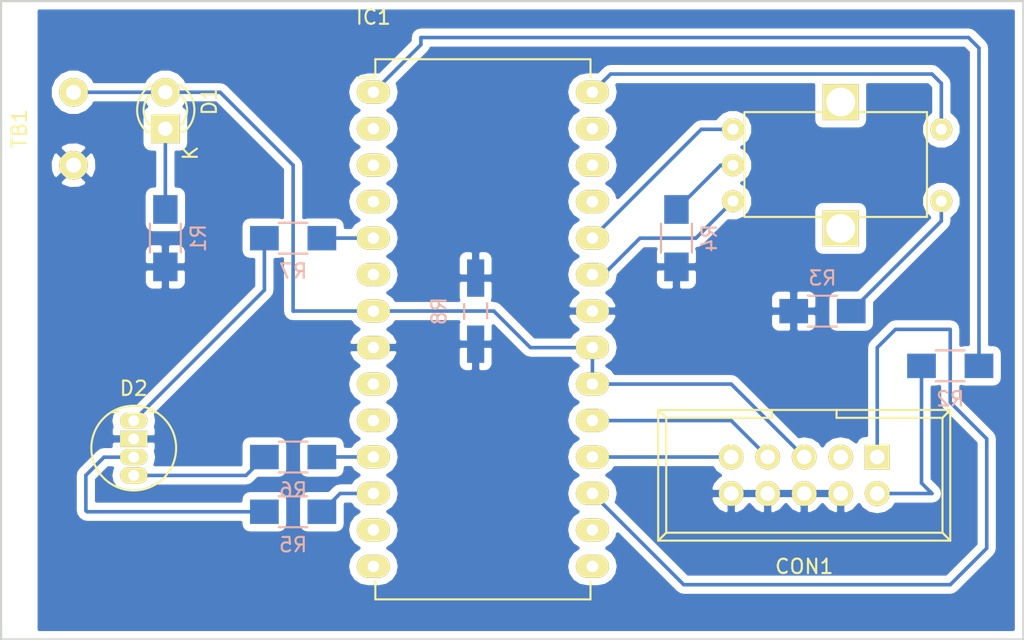
<source format=kicad_pcb>
(kicad_pcb (version 4) (host pcbnew 4.0.0-rc1-stable)

  (general
    (links 35)
    (no_connects 3)
    (area 130.734999 104.064999 202.005001 148.665001)
    (thickness 1.6)
    (drawings 4)
    (tracks 66)
    (zones 0)
    (modules 14)
    (nets 33)
  )

  (page A4)
  (layers
    (0 F.Cu signal)
    (31 B.Cu signal)
    (32 B.Adhes user)
    (33 F.Adhes user)
    (34 B.Paste user)
    (35 F.Paste user)
    (36 B.SilkS user)
    (37 F.SilkS user)
    (38 B.Mask user)
    (39 F.Mask user)
    (40 Dwgs.User user)
    (41 Cmts.User user)
    (42 Eco1.User user)
    (43 Eco2.User user)
    (44 Edge.Cuts user)
    (45 Margin user)
    (46 B.CrtYd user)
    (47 F.CrtYd user)
    (48 B.Fab user)
    (49 F.Fab user)
  )

  (setup
    (last_trace_width 0.25)
    (trace_clearance 0.2)
    (zone_clearance 0.508)
    (zone_45_only no)
    (trace_min 0.2)
    (segment_width 0.2)
    (edge_width 0.15)
    (via_size 0.6)
    (via_drill 0.4)
    (via_min_size 0.4)
    (via_min_drill 0.3)
    (uvia_size 0.3)
    (uvia_drill 0.1)
    (uvias_allowed no)
    (uvia_min_size 0.2)
    (uvia_min_drill 0.1)
    (pcb_text_width 0.3)
    (pcb_text_size 1.5 1.5)
    (mod_edge_width 0.15)
    (mod_text_size 1 1)
    (mod_text_width 0.15)
    (pad_size 1.524 1.524)
    (pad_drill 0.762)
    (pad_to_mask_clearance 0.2)
    (aux_axis_origin 0 0)
    (grid_origin 153.67 132.08)
    (visible_elements 7FFFFFFF)
    (pcbplotparams
      (layerselection 0x01000_80000000)
      (usegerberextensions false)
      (excludeedgelayer true)
      (linewidth 0.100000)
      (plotframeref false)
      (viasonmask false)
      (mode 1)
      (useauxorigin false)
      (hpglpennumber 1)
      (hpglpenspeed 20)
      (hpglpendiameter 15)
      (hpglpenoverlay 2)
      (psnegative false)
      (psa4output false)
      (plotreference false)
      (plotvalue false)
      (plotinvisibletext false)
      (padsonsilk false)
      (subtractmaskfromsilk false)
      (outputformat 1)
      (mirror false)
      (drillshape 0)
      (scaleselection 1)
      (outputdirectory Output/))
  )

  (net 0 "")
  (net 1 /MOSI)
  (net 2 +5V)
  (net 3 "Net-(CON1-Pad3)")
  (net 4 /SCK)
  (net 5 GND)
  (net 6 "Net-(D1-Pad1)")
  (net 7 "Net-(D2-Pad1)")
  (net 8 "Net-(D2-Pad3)")
  (net 9 "Net-(D2-Pad4)")
  (net 10 "Net-(ENC1-Pad1)")
  (net 11 /But1)
  (net 12 "Net-(ENC1-Pad3)")
  (net 13 /Rot1_A)
  (net 14 /Rot1_B)
  (net 15 "Net-(IC1-Pad1)")
  (net 16 "Net-(IC1-Pad2)")
  (net 17 "Net-(IC1-Pad3)")
  (net 18 "Net-(IC1-Pad4)")
  (net 19 /Red)
  (net 20 "Net-(IC1-Pad6)")
  (net 21 "Net-(IC1-Pad9)")
  (net 22 "Net-(IC1-Pad10)")
  (net 23 /Green)
  (net 24 /Blue)
  (net 25 "Net-(IC1-Pad13)")
  (net 26 "Net-(IC1-Pad14)")
  (net 27 "Net-(IC1-Pad15)")
  (net 28 "Net-(IC1-Pad16)")
  (net 29 /MISO)
  (net 30 "Net-(IC1-Pad25)")
  (net 31 "Net-(IC1-Pad26)")
  (net 32 "Net-(IC1-Pad27)")

  (net_class Default "This is the default net class."
    (clearance 0.2)
    (trace_width 0.25)
    (via_dia 0.6)
    (via_drill 0.4)
    (uvia_dia 0.3)
    (uvia_drill 0.1)
    (add_net +5V)
    (add_net /Blue)
    (add_net /But1)
    (add_net /Green)
    (add_net /MISO)
    (add_net /MOSI)
    (add_net /Red)
    (add_net /Rot1_A)
    (add_net /Rot1_B)
    (add_net /SCK)
    (add_net GND)
    (add_net "Net-(CON1-Pad3)")
    (add_net "Net-(D1-Pad1)")
    (add_net "Net-(D2-Pad1)")
    (add_net "Net-(D2-Pad3)")
    (add_net "Net-(D2-Pad4)")
    (add_net "Net-(ENC1-Pad1)")
    (add_net "Net-(ENC1-Pad3)")
    (add_net "Net-(IC1-Pad1)")
    (add_net "Net-(IC1-Pad10)")
    (add_net "Net-(IC1-Pad13)")
    (add_net "Net-(IC1-Pad14)")
    (add_net "Net-(IC1-Pad15)")
    (add_net "Net-(IC1-Pad16)")
    (add_net "Net-(IC1-Pad2)")
    (add_net "Net-(IC1-Pad25)")
    (add_net "Net-(IC1-Pad26)")
    (add_net "Net-(IC1-Pad27)")
    (add_net "Net-(IC1-Pad3)")
    (add_net "Net-(IC1-Pad4)")
    (add_net "Net-(IC1-Pad6)")
    (add_net "Net-(IC1-Pad9)")
  )

  (module Connect:IDC_Header_Straight_10pins (layer F.Cu) (tedit 0) (tstamp 56C51B00)
    (at 191.77 135.89 180)
    (descr "10 pins through hole IDC header")
    (tags "IDC header socket VASCH")
    (path /56C14547)
    (fp_text reference CON1 (at 5.08 -7.62 180) (layer F.SilkS)
      (effects (font (size 1 1) (thickness 0.15)))
    )
    (fp_text value AVR-ISP-10 (at 5.08 5.223 180) (layer F.Fab)
      (effects (font (size 1 1) (thickness 0.15)))
    )
    (fp_line (start -5.08 -5.82) (end 15.24 -5.82) (layer F.SilkS) (width 0.15))
    (fp_line (start -4.54 -5.27) (end 14.68 -5.27) (layer F.SilkS) (width 0.15))
    (fp_line (start -5.08 3.28) (end 15.24 3.28) (layer F.SilkS) (width 0.15))
    (fp_line (start -4.54 2.73) (end 2.83 2.73) (layer F.SilkS) (width 0.15))
    (fp_line (start 7.33 2.73) (end 14.68 2.73) (layer F.SilkS) (width 0.15))
    (fp_line (start 2.83 2.73) (end 2.83 3.28) (layer F.SilkS) (width 0.15))
    (fp_line (start 7.33 2.73) (end 7.33 3.28) (layer F.SilkS) (width 0.15))
    (fp_line (start -5.08 -5.82) (end -5.08 3.28) (layer F.SilkS) (width 0.15))
    (fp_line (start -4.54 -5.27) (end -4.54 2.73) (layer F.SilkS) (width 0.15))
    (fp_line (start 15.24 -5.82) (end 15.24 3.28) (layer F.SilkS) (width 0.15))
    (fp_line (start 14.68 -5.27) (end 14.68 2.73) (layer F.SilkS) (width 0.15))
    (fp_line (start -5.08 -5.82) (end -4.54 -5.27) (layer F.SilkS) (width 0.15))
    (fp_line (start 15.24 -5.82) (end 14.68 -5.27) (layer F.SilkS) (width 0.15))
    (fp_line (start -5.08 3.28) (end -4.54 2.73) (layer F.SilkS) (width 0.15))
    (fp_line (start 15.24 3.28) (end 14.68 2.73) (layer F.SilkS) (width 0.15))
    (fp_line (start -5.35 -6.05) (end 15.5 -6.05) (layer F.CrtYd) (width 0.05))
    (fp_line (start 15.5 -6.05) (end 15.5 3.55) (layer F.CrtYd) (width 0.05))
    (fp_line (start 15.5 3.55) (end -5.35 3.55) (layer F.CrtYd) (width 0.05))
    (fp_line (start -5.35 3.55) (end -5.35 -6.05) (layer F.CrtYd) (width 0.05))
    (pad 1 thru_hole rect (at 0 0 180) (size 1.7272 1.7272) (drill 1.016) (layers *.Cu *.Mask F.SilkS)
      (net 1 /MOSI))
    (pad 2 thru_hole oval (at 0 -2.54 180) (size 1.7272 1.7272) (drill 1.016) (layers *.Cu *.Mask F.SilkS)
      (net 2 +5V))
    (pad 3 thru_hole oval (at 2.54 0 180) (size 1.7272 1.7272) (drill 1.016) (layers *.Cu *.Mask F.SilkS)
      (net 3 "Net-(CON1-Pad3)"))
    (pad 4 thru_hole oval (at 2.54 -2.54 180) (size 1.7272 1.7272) (drill 1.016) (layers *.Cu *.Mask F.SilkS)
      (net 5 GND))
    (pad 5 thru_hole oval (at 5.08 0 180) (size 1.7272 1.7272) (drill 1.016) (layers *.Cu *.Mask F.SilkS)
      (net 2 +5V))
    (pad 6 thru_hole oval (at 5.08 -2.54 180) (size 1.7272 1.7272) (drill 1.016) (layers *.Cu *.Mask F.SilkS)
      (net 5 GND))
    (pad 7 thru_hole oval (at 7.62 0 180) (size 1.7272 1.7272) (drill 1.016) (layers *.Cu *.Mask F.SilkS)
      (net 4 /SCK))
    (pad 8 thru_hole oval (at 7.62 -2.54 180) (size 1.7272 1.7272) (drill 1.016) (layers *.Cu *.Mask F.SilkS)
      (net 5 GND))
    (pad 9 thru_hole oval (at 10.16 0 180) (size 1.7272 1.7272) (drill 1.016) (layers *.Cu *.Mask F.SilkS)
      (net 29 /MISO))
    (pad 10 thru_hole oval (at 10.16 -2.54 180) (size 1.7272 1.7272) (drill 1.016) (layers *.Cu *.Mask F.SilkS)
      (net 5 GND))
  )

  (module LEDs:LED-3MM (layer F.Cu) (tedit 559B82F6) (tstamp 56C51B06)
    (at 142.24 113.03 90)
    (descr "LED 3mm round vertical")
    (tags "LED  3mm round vertical")
    (path /56C16FD6)
    (fp_text reference D1 (at 1.91 3.06 90) (layer F.SilkS)
      (effects (font (size 1 1) (thickness 0.15)))
    )
    (fp_text value LED (at 1.3 -2.9 90) (layer F.Fab)
      (effects (font (size 1 1) (thickness 0.15)))
    )
    (fp_line (start -1.2 2.3) (end 3.8 2.3) (layer F.CrtYd) (width 0.05))
    (fp_line (start 3.8 2.3) (end 3.8 -2.2) (layer F.CrtYd) (width 0.05))
    (fp_line (start 3.8 -2.2) (end -1.2 -2.2) (layer F.CrtYd) (width 0.05))
    (fp_line (start -1.2 -2.2) (end -1.2 2.3) (layer F.CrtYd) (width 0.05))
    (fp_line (start -0.199 1.314) (end -0.199 1.114) (layer F.SilkS) (width 0.15))
    (fp_line (start -0.199 -1.28) (end -0.199 -1.1) (layer F.SilkS) (width 0.15))
    (fp_arc (start 1.301 0.034) (end -0.199 -1.286) (angle 108.5) (layer F.SilkS) (width 0.15))
    (fp_arc (start 1.301 0.034) (end 0.25 -1.1) (angle 85.7) (layer F.SilkS) (width 0.15))
    (fp_arc (start 1.311 0.034) (end 3.051 0.994) (angle 110) (layer F.SilkS) (width 0.15))
    (fp_arc (start 1.301 0.034) (end 2.335 1.094) (angle 87.5) (layer F.SilkS) (width 0.15))
    (fp_text user K (at -1.69 1.74 90) (layer F.SilkS)
      (effects (font (size 1 1) (thickness 0.15)))
    )
    (pad 1 thru_hole rect (at 0 0 180) (size 2 2) (drill 1.00076) (layers *.Cu *.Mask F.SilkS)
      (net 6 "Net-(D1-Pad1)"))
    (pad 2 thru_hole circle (at 2.54 0 90) (size 2 2) (drill 1.00076) (layers *.Cu *.Mask F.SilkS)
      (net 2 +5V))
    (model LEDs.3dshapes/LED-3MM.wrl
      (at (xyz 0.05 0 0))
      (scale (xyz 1 1 1))
      (rotate (xyz 0 0 90))
    )
  )

  (module LEDs:LED-RGB-5MM_Common_Cathode (layer F.Cu) (tedit 55A0859C) (tstamp 56C51B0E)
    (at 140.04 133.36)
    (descr "5mm common cathode RGB LED")
    (tags "RGB LED 5mm Common Cathode")
    (path /56C105E0)
    (fp_text reference D2 (at 0 -2.25) (layer F.SilkS)
      (effects (font (size 1 1) (thickness 0.15)))
    )
    (fp_text value LED_RCBG (at 0 6.25) (layer F.Fab)
      (effects (font (size 1 1) (thickness 0.15)))
    )
    (fp_circle (center 0 1.905) (end 3.2 1.905) (layer F.CrtYd) (width 0.05))
    (fp_line (start -1.1 -0.595) (end -1.55 -0.595) (layer F.SilkS) (width 0.15))
    (fp_circle (center 0 1.905) (end 2.95 1.905) (layer F.SilkS) (width 0.15))
    (fp_line (start 1.1 -0.595) (end 1.55 -0.595) (layer F.SilkS) (width 0.15))
    (pad 1 thru_hole oval (at 0 0) (size 1.905 1.1176) (drill 0.762) (layers *.Cu *.Mask F.SilkS)
      (net 7 "Net-(D2-Pad1)"))
    (pad 2 thru_hole rect (at 0 1.27) (size 1.905 1.1176) (drill 0.762) (layers *.Cu *.Mask F.SilkS)
      (net 5 GND))
    (pad 3 thru_hole oval (at 0 2.54) (size 1.905 1.1176) (drill 0.762) (layers *.Cu *.Mask F.SilkS)
      (net 8 "Net-(D2-Pad3)"))
    (pad 4 thru_hole oval (at 0 3.81) (size 1.905 1.1176) (drill 0.762) (layers *.Cu *.Mask F.SilkS)
      (net 9 "Net-(D2-Pad4)"))
  )

  (module RGB_LED_footprints:Rotary_encoder (layer F.Cu) (tedit 56B76BDD) (tstamp 56C51B19)
    (at 189.23 115.57 180)
    (path /56C11983)
    (fp_text reference ENC1 (at 0 1.27 180) (layer F.SilkS) hide
      (effects (font (size 1 1) (thickness 0.15)))
    )
    (fp_text value Rotary_Encoder (at 0.1 -1.3 180) (layer F.Fab)
      (effects (font (size 1 1) (thickness 0.15)))
    )
    (fp_line (start -6 -3.6) (end 6.7 -3.6) (layer F.SilkS) (width 0.15))
    (fp_line (start 6.7 3.7) (end 6.7 -3.5) (layer F.SilkS) (width 0.15))
    (fp_line (start -6 3.7) (end 6.6 3.7) (layer F.SilkS) (width 0.15))
    (fp_line (start -6 -3.6) (end -6 3.7) (layer F.SilkS) (width 0.15))
    (pad 1 thru_hole circle (at -7 -2.5 180) (size 1.524 1.524) (drill 0.762) (layers *.Cu *.Mask F.SilkS)
      (net 10 "Net-(ENC1-Pad1)"))
    (pad 2 thru_hole circle (at -7 2.5 180) (size 1.524 1.524) (drill 0.762) (layers *.Cu *.Mask F.SilkS)
      (net 11 /But1))
    (pad 3 thru_hole circle (at 7.5 0 180) (size 1.524 1.524) (drill 0.762) (layers *.Cu *.Mask F.SilkS)
      (net 12 "Net-(ENC1-Pad3)"))
    (pad 4 thru_hole circle (at 7.5 -2.5 180) (size 1.524 1.524) (drill 0.762) (layers *.Cu *.Mask F.SilkS)
      (net 13 /Rot1_A))
    (pad 5 thru_hole circle (at 7.5 2.5 180) (size 1.524 1.524) (drill 0.762) (layers *.Cu *.Mask F.SilkS)
      (net 14 /Rot1_B))
    (pad 7 thru_hole rect (at 0 -4.4 180) (size 2.5 2.5) (drill 2) (layers *.Cu *.Mask F.SilkS))
    (pad 8 thru_hole rect (at 0 4.4 180) (size 2.5 2.5) (drill 2) (layers *.Cu *.Mask F.SilkS))
  )

  (module Housings_DIP:DIP-28_W15.24mm_LongPads (layer F.Cu) (tedit 54130A77) (tstamp 56C51B39)
    (at 156.714524 110.485)
    (descr "28-lead dip package, row spacing 15.24 mm (600 mils), longer pads")
    (tags "dil dip 2.54 600")
    (path /56C10504)
    (fp_text reference IC1 (at 0 -5.22) (layer F.SilkS)
      (effects (font (size 1 1) (thickness 0.15)))
    )
    (fp_text value ATMEGA328-P (at 0 -3.72) (layer F.Fab)
      (effects (font (size 1 1) (thickness 0.15)))
    )
    (fp_line (start -1.4 -2.45) (end -1.4 35.5) (layer F.CrtYd) (width 0.05))
    (fp_line (start 16.65 -2.45) (end 16.65 35.5) (layer F.CrtYd) (width 0.05))
    (fp_line (start -1.4 -2.45) (end 16.65 -2.45) (layer F.CrtYd) (width 0.05))
    (fp_line (start -1.4 35.5) (end 16.65 35.5) (layer F.CrtYd) (width 0.05))
    (fp_line (start 0.135 -2.295) (end 0.135 -1.025) (layer F.SilkS) (width 0.15))
    (fp_line (start 15.105 -2.295) (end 15.105 -1.025) (layer F.SilkS) (width 0.15))
    (fp_line (start 15.105 35.315) (end 15.105 34.045) (layer F.SilkS) (width 0.15))
    (fp_line (start 0.135 35.315) (end 0.135 34.045) (layer F.SilkS) (width 0.15))
    (fp_line (start 0.135 -2.295) (end 15.105 -2.295) (layer F.SilkS) (width 0.15))
    (fp_line (start 0.135 35.315) (end 15.105 35.315) (layer F.SilkS) (width 0.15))
    (fp_line (start 0.135 -1.025) (end -1.15 -1.025) (layer F.SilkS) (width 0.15))
    (pad 1 thru_hole oval (at 0 0) (size 2.3 1.6) (drill 0.8) (layers *.Cu *.Mask F.SilkS)
      (net 15 "Net-(IC1-Pad1)"))
    (pad 2 thru_hole oval (at 0 2.54) (size 2.3 1.6) (drill 0.8) (layers *.Cu *.Mask F.SilkS)
      (net 16 "Net-(IC1-Pad2)"))
    (pad 3 thru_hole oval (at 0 5.08) (size 2.3 1.6) (drill 0.8) (layers *.Cu *.Mask F.SilkS)
      (net 17 "Net-(IC1-Pad3)"))
    (pad 4 thru_hole oval (at 0 7.62) (size 2.3 1.6) (drill 0.8) (layers *.Cu *.Mask F.SilkS)
      (net 18 "Net-(IC1-Pad4)"))
    (pad 5 thru_hole oval (at 0 10.16) (size 2.3 1.6) (drill 0.8) (layers *.Cu *.Mask F.SilkS)
      (net 19 /Red))
    (pad 6 thru_hole oval (at 0 12.7) (size 2.3 1.6) (drill 0.8) (layers *.Cu *.Mask F.SilkS)
      (net 20 "Net-(IC1-Pad6)"))
    (pad 7 thru_hole oval (at 0 15.24) (size 2.3 1.6) (drill 0.8) (layers *.Cu *.Mask F.SilkS)
      (net 2 +5V))
    (pad 8 thru_hole oval (at 0 17.78) (size 2.3 1.6) (drill 0.8) (layers *.Cu *.Mask F.SilkS)
      (net 5 GND))
    (pad 9 thru_hole oval (at 0 20.32) (size 2.3 1.6) (drill 0.8) (layers *.Cu *.Mask F.SilkS)
      (net 21 "Net-(IC1-Pad9)"))
    (pad 10 thru_hole oval (at 0 22.86) (size 2.3 1.6) (drill 0.8) (layers *.Cu *.Mask F.SilkS)
      (net 22 "Net-(IC1-Pad10)"))
    (pad 11 thru_hole oval (at 0 25.4) (size 2.3 1.6) (drill 0.8) (layers *.Cu *.Mask F.SilkS)
      (net 23 /Green))
    (pad 12 thru_hole oval (at 0 27.94) (size 2.3 1.6) (drill 0.8) (layers *.Cu *.Mask F.SilkS)
      (net 24 /Blue))
    (pad 13 thru_hole oval (at 0 30.48) (size 2.3 1.6) (drill 0.8) (layers *.Cu *.Mask F.SilkS)
      (net 25 "Net-(IC1-Pad13)"))
    (pad 14 thru_hole oval (at 0 33.02) (size 2.3 1.6) (drill 0.8) (layers *.Cu *.Mask F.SilkS)
      (net 26 "Net-(IC1-Pad14)"))
    (pad 15 thru_hole oval (at 15.24 33.02) (size 2.3 1.6) (drill 0.8) (layers *.Cu *.Mask F.SilkS)
      (net 27 "Net-(IC1-Pad15)"))
    (pad 16 thru_hole oval (at 15.24 30.48) (size 2.3 1.6) (drill 0.8) (layers *.Cu *.Mask F.SilkS)
      (net 28 "Net-(IC1-Pad16)"))
    (pad 17 thru_hole oval (at 15.24 27.94) (size 2.3 1.6) (drill 0.8) (layers *.Cu *.Mask F.SilkS)
      (net 1 /MOSI))
    (pad 18 thru_hole oval (at 15.24 25.4) (size 2.3 1.6) (drill 0.8) (layers *.Cu *.Mask F.SilkS)
      (net 29 /MISO))
    (pad 19 thru_hole oval (at 15.24 22.86) (size 2.3 1.6) (drill 0.8) (layers *.Cu *.Mask F.SilkS)
      (net 4 /SCK))
    (pad 20 thru_hole oval (at 15.24 20.32) (size 2.3 1.6) (drill 0.8) (layers *.Cu *.Mask F.SilkS)
      (net 2 +5V))
    (pad 21 thru_hole oval (at 15.24 17.78) (size 2.3 1.6) (drill 0.8) (layers *.Cu *.Mask F.SilkS)
      (net 2 +5V))
    (pad 22 thru_hole oval (at 15.24 15.24) (size 2.3 1.6) (drill 0.8) (layers *.Cu *.Mask F.SilkS)
      (net 5 GND))
    (pad 23 thru_hole oval (at 15.24 12.7) (size 2.3 1.6) (drill 0.8) (layers *.Cu *.Mask F.SilkS)
      (net 13 /Rot1_A))
    (pad 24 thru_hole oval (at 15.24 10.16) (size 2.3 1.6) (drill 0.8) (layers *.Cu *.Mask F.SilkS)
      (net 14 /Rot1_B))
    (pad 25 thru_hole oval (at 15.24 7.62) (size 2.3 1.6) (drill 0.8) (layers *.Cu *.Mask F.SilkS)
      (net 30 "Net-(IC1-Pad25)"))
    (pad 26 thru_hole oval (at 15.24 5.08) (size 2.3 1.6) (drill 0.8) (layers *.Cu *.Mask F.SilkS)
      (net 31 "Net-(IC1-Pad26)"))
    (pad 27 thru_hole oval (at 15.24 2.54) (size 2.3 1.6) (drill 0.8) (layers *.Cu *.Mask F.SilkS)
      (net 32 "Net-(IC1-Pad27)"))
    (pad 28 thru_hole oval (at 15.24 0) (size 2.3 1.6) (drill 0.8) (layers *.Cu *.Mask F.SilkS)
      (net 11 /But1))
    (model Housings_DIP.3dshapes/DIP-28_W15.24mm_LongPads.wrl
      (at (xyz 0 0 0))
      (scale (xyz 1 1 1))
      (rotate (xyz 0 0 0))
    )
  )

  (module Resistors_SMD:R_1206_HandSoldering (layer B.Cu) (tedit 5418A20D) (tstamp 56C51B3F)
    (at 142.24 120.65 90)
    (descr "Resistor SMD 1206, hand soldering")
    (tags "resistor 1206")
    (path /56C17177)
    (attr smd)
    (fp_text reference R1 (at 0 2.3 90) (layer B.SilkS)
      (effects (font (size 1 1) (thickness 0.15)) (justify mirror))
    )
    (fp_text value 330 (at 0 -2.3 90) (layer B.Fab)
      (effects (font (size 1 1) (thickness 0.15)) (justify mirror))
    )
    (fp_line (start -3.3 1.2) (end 3.3 1.2) (layer B.CrtYd) (width 0.05))
    (fp_line (start -3.3 -1.2) (end 3.3 -1.2) (layer B.CrtYd) (width 0.05))
    (fp_line (start -3.3 1.2) (end -3.3 -1.2) (layer B.CrtYd) (width 0.05))
    (fp_line (start 3.3 1.2) (end 3.3 -1.2) (layer B.CrtYd) (width 0.05))
    (fp_line (start 1 -1.075) (end -1 -1.075) (layer B.SilkS) (width 0.15))
    (fp_line (start -1 1.075) (end 1 1.075) (layer B.SilkS) (width 0.15))
    (pad 1 smd rect (at -2 0 90) (size 2 1.7) (layers B.Cu B.Paste B.Mask)
      (net 5 GND))
    (pad 2 smd rect (at 2 0 90) (size 2 1.7) (layers B.Cu B.Paste B.Mask)
      (net 6 "Net-(D1-Pad1)"))
    (model Resistors_SMD.3dshapes/R_1206_HandSoldering.wrl
      (at (xyz 0 0 0))
      (scale (xyz 1 1 1))
      (rotate (xyz 0 0 0))
    )
  )

  (module Resistors_SMD:R_1206_HandSoldering (layer B.Cu) (tedit 5418A20D) (tstamp 56C51B45)
    (at 196.85 129.54)
    (descr "Resistor SMD 1206, hand soldering")
    (tags "resistor 1206")
    (path /56C140CE)
    (attr smd)
    (fp_text reference R2 (at 0 2.3) (layer B.SilkS)
      (effects (font (size 1 1) (thickness 0.15)) (justify mirror))
    )
    (fp_text value 10k (at 0 -2.3) (layer B.Fab)
      (effects (font (size 1 1) (thickness 0.15)) (justify mirror))
    )
    (fp_line (start -3.3 1.2) (end 3.3 1.2) (layer B.CrtYd) (width 0.05))
    (fp_line (start -3.3 -1.2) (end 3.3 -1.2) (layer B.CrtYd) (width 0.05))
    (fp_line (start -3.3 1.2) (end -3.3 -1.2) (layer B.CrtYd) (width 0.05))
    (fp_line (start 3.3 1.2) (end 3.3 -1.2) (layer B.CrtYd) (width 0.05))
    (fp_line (start 1 -1.075) (end -1 -1.075) (layer B.SilkS) (width 0.15))
    (fp_line (start -1 1.075) (end 1 1.075) (layer B.SilkS) (width 0.15))
    (pad 1 smd rect (at -2 0) (size 2 1.7) (layers B.Cu B.Paste B.Mask)
      (net 2 +5V))
    (pad 2 smd rect (at 2 0) (size 2 1.7) (layers B.Cu B.Paste B.Mask)
      (net 15 "Net-(IC1-Pad1)"))
    (model Resistors_SMD.3dshapes/R_1206_HandSoldering.wrl
      (at (xyz 0 0 0))
      (scale (xyz 1 1 1))
      (rotate (xyz 0 0 0))
    )
  )

  (module Resistors_SMD:R_1206_HandSoldering (layer B.Cu) (tedit 5418A20D) (tstamp 56C51B4B)
    (at 187.96 125.73 180)
    (descr "Resistor SMD 1206, hand soldering")
    (tags "resistor 1206")
    (path /56C123CD)
    (attr smd)
    (fp_text reference R3 (at 0 2.3 180) (layer B.SilkS)
      (effects (font (size 1 1) (thickness 0.15)) (justify mirror))
    )
    (fp_text value 10k (at 0 -2.3 180) (layer B.Fab)
      (effects (font (size 1 1) (thickness 0.15)) (justify mirror))
    )
    (fp_line (start -3.3 1.2) (end 3.3 1.2) (layer B.CrtYd) (width 0.05))
    (fp_line (start -3.3 -1.2) (end 3.3 -1.2) (layer B.CrtYd) (width 0.05))
    (fp_line (start -3.3 1.2) (end -3.3 -1.2) (layer B.CrtYd) (width 0.05))
    (fp_line (start 3.3 1.2) (end 3.3 -1.2) (layer B.CrtYd) (width 0.05))
    (fp_line (start 1 -1.075) (end -1 -1.075) (layer B.SilkS) (width 0.15))
    (fp_line (start -1 1.075) (end 1 1.075) (layer B.SilkS) (width 0.15))
    (pad 1 smd rect (at -2 0 180) (size 2 1.7) (layers B.Cu B.Paste B.Mask)
      (net 10 "Net-(ENC1-Pad1)"))
    (pad 2 smd rect (at 2 0 180) (size 2 1.7) (layers B.Cu B.Paste B.Mask)
      (net 5 GND))
    (model Resistors_SMD.3dshapes/R_1206_HandSoldering.wrl
      (at (xyz 0 0 0))
      (scale (xyz 1 1 1))
      (rotate (xyz 0 0 0))
    )
  )

  (module Resistors_SMD:R_1206_HandSoldering (layer B.Cu) (tedit 5418A20D) (tstamp 56C51B51)
    (at 177.8 120.65 90)
    (descr "Resistor SMD 1206, hand soldering")
    (tags "resistor 1206")
    (path /56C12430)
    (attr smd)
    (fp_text reference R4 (at 0 2.3 90) (layer B.SilkS)
      (effects (font (size 1 1) (thickness 0.15)) (justify mirror))
    )
    (fp_text value 10k (at 0 -2.3 90) (layer B.Fab)
      (effects (font (size 1 1) (thickness 0.15)) (justify mirror))
    )
    (fp_line (start -3.3 1.2) (end 3.3 1.2) (layer B.CrtYd) (width 0.05))
    (fp_line (start -3.3 -1.2) (end 3.3 -1.2) (layer B.CrtYd) (width 0.05))
    (fp_line (start -3.3 1.2) (end -3.3 -1.2) (layer B.CrtYd) (width 0.05))
    (fp_line (start 3.3 1.2) (end 3.3 -1.2) (layer B.CrtYd) (width 0.05))
    (fp_line (start 1 -1.075) (end -1 -1.075) (layer B.SilkS) (width 0.15))
    (fp_line (start -1 1.075) (end 1 1.075) (layer B.SilkS) (width 0.15))
    (pad 1 smd rect (at -2 0 90) (size 2 1.7) (layers B.Cu B.Paste B.Mask)
      (net 5 GND))
    (pad 2 smd rect (at 2 0 90) (size 2 1.7) (layers B.Cu B.Paste B.Mask)
      (net 12 "Net-(ENC1-Pad3)"))
    (model Resistors_SMD.3dshapes/R_1206_HandSoldering.wrl
      (at (xyz 0 0 0))
      (scale (xyz 1 1 1))
      (rotate (xyz 0 0 0))
    )
  )

  (module Resistors_SMD:R_1206_HandSoldering (layer B.Cu) (tedit 5418A20D) (tstamp 56C51B57)
    (at 151.13 139.7)
    (descr "Resistor SMD 1206, hand soldering")
    (tags "resistor 1206")
    (path /56C1065D)
    (attr smd)
    (fp_text reference R5 (at 0 2.3) (layer B.SilkS)
      (effects (font (size 1 1) (thickness 0.15)) (justify mirror))
    )
    (fp_text value 660 (at 0 -2.3) (layer B.Fab)
      (effects (font (size 1 1) (thickness 0.15)) (justify mirror))
    )
    (fp_line (start -3.3 1.2) (end 3.3 1.2) (layer B.CrtYd) (width 0.05))
    (fp_line (start -3.3 -1.2) (end 3.3 -1.2) (layer B.CrtYd) (width 0.05))
    (fp_line (start -3.3 1.2) (end -3.3 -1.2) (layer B.CrtYd) (width 0.05))
    (fp_line (start 3.3 1.2) (end 3.3 -1.2) (layer B.CrtYd) (width 0.05))
    (fp_line (start 1 -1.075) (end -1 -1.075) (layer B.SilkS) (width 0.15))
    (fp_line (start -1 1.075) (end 1 1.075) (layer B.SilkS) (width 0.15))
    (pad 1 smd rect (at -2 0) (size 2 1.7) (layers B.Cu B.Paste B.Mask)
      (net 8 "Net-(D2-Pad3)"))
    (pad 2 smd rect (at 2 0) (size 2 1.7) (layers B.Cu B.Paste B.Mask)
      (net 24 /Blue))
    (model Resistors_SMD.3dshapes/R_1206_HandSoldering.wrl
      (at (xyz 0 0 0))
      (scale (xyz 1 1 1))
      (rotate (xyz 0 0 0))
    )
  )

  (module Resistors_SMD:R_1206_HandSoldering (layer B.Cu) (tedit 5418A20D) (tstamp 56C51B5D)
    (at 151.13 135.89)
    (descr "Resistor SMD 1206, hand soldering")
    (tags "resistor 1206")
    (path /56C106EC)
    (attr smd)
    (fp_text reference R6 (at 0 2.3) (layer B.SilkS)
      (effects (font (size 1 1) (thickness 0.15)) (justify mirror))
    )
    (fp_text value 200 (at 0 -2.3) (layer B.Fab)
      (effects (font (size 1 1) (thickness 0.15)) (justify mirror))
    )
    (fp_line (start -3.3 1.2) (end 3.3 1.2) (layer B.CrtYd) (width 0.05))
    (fp_line (start -3.3 -1.2) (end 3.3 -1.2) (layer B.CrtYd) (width 0.05))
    (fp_line (start -3.3 1.2) (end -3.3 -1.2) (layer B.CrtYd) (width 0.05))
    (fp_line (start 3.3 1.2) (end 3.3 -1.2) (layer B.CrtYd) (width 0.05))
    (fp_line (start 1 -1.075) (end -1 -1.075) (layer B.SilkS) (width 0.15))
    (fp_line (start -1 1.075) (end 1 1.075) (layer B.SilkS) (width 0.15))
    (pad 1 smd rect (at -2 0) (size 2 1.7) (layers B.Cu B.Paste B.Mask)
      (net 9 "Net-(D2-Pad4)"))
    (pad 2 smd rect (at 2 0) (size 2 1.7) (layers B.Cu B.Paste B.Mask)
      (net 23 /Green))
    (model Resistors_SMD.3dshapes/R_1206_HandSoldering.wrl
      (at (xyz 0 0 0))
      (scale (xyz 1 1 1))
      (rotate (xyz 0 0 0))
    )
  )

  (module Resistors_SMD:R_1206_HandSoldering (layer B.Cu) (tedit 5418A20D) (tstamp 56C51B63)
    (at 151.13 120.65)
    (descr "Resistor SMD 1206, hand soldering")
    (tags "resistor 1206")
    (path /56C10755)
    (attr smd)
    (fp_text reference R7 (at 0 2.3) (layer B.SilkS)
      (effects (font (size 1 1) (thickness 0.15)) (justify mirror))
    )
    (fp_text value 200 (at 0 -2.3) (layer B.Fab)
      (effects (font (size 1 1) (thickness 0.15)) (justify mirror))
    )
    (fp_line (start -3.3 1.2) (end 3.3 1.2) (layer B.CrtYd) (width 0.05))
    (fp_line (start -3.3 -1.2) (end 3.3 -1.2) (layer B.CrtYd) (width 0.05))
    (fp_line (start -3.3 1.2) (end -3.3 -1.2) (layer B.CrtYd) (width 0.05))
    (fp_line (start 3.3 1.2) (end 3.3 -1.2) (layer B.CrtYd) (width 0.05))
    (fp_line (start 1 -1.075) (end -1 -1.075) (layer B.SilkS) (width 0.15))
    (fp_line (start -1 1.075) (end 1 1.075) (layer B.SilkS) (width 0.15))
    (pad 1 smd rect (at -2 0) (size 2 1.7) (layers B.Cu B.Paste B.Mask)
      (net 7 "Net-(D2-Pad1)"))
    (pad 2 smd rect (at 2 0) (size 2 1.7) (layers B.Cu B.Paste B.Mask)
      (net 19 /Red))
    (model Resistors_SMD.3dshapes/R_1206_HandSoldering.wrl
      (at (xyz 0 0 0))
      (scale (xyz 1 1 1))
      (rotate (xyz 0 0 0))
    )
  )

  (module RGB_LED_footprints:Screw_Terminal (layer F.Cu) (tedit 56C111FE) (tstamp 56C51B69)
    (at 133.35 113.03 270)
    (path /56C10AD9)
    (fp_text reference TB1 (at 0 1.27 270) (layer F.SilkS)
      (effects (font (size 1 1) (thickness 0.15)))
    )
    (fp_text value Screw_Terminal (at 0 -0.5 270) (layer F.Fab)
      (effects (font (size 1 1) (thickness 0.15)))
    )
    (pad 1 thru_hole circle (at 2.54 -2.5 270) (size 2 2) (drill 1.04) (layers *.Cu *.Mask F.SilkS)
      (net 5 GND))
    (pad 2 thru_hole circle (at -2.54 -2.5 270) (size 2 2) (drill 1.04) (layers *.Cu *.Mask F.SilkS)
      (net 2 +5V))
  )

  (module Choke_SMD:Choke_SMD_1206_Handsoldering (layer B.Cu) (tedit 0) (tstamp 56C5241B)
    (at 163.83 125.73 270)
    (descr "Choke, Drossel, SMD, 1206, Handsoldering,")
    (tags "Choke, Drossel, SMD, 1206, Handsoldering,")
    (path /56C532D4)
    (attr smd)
    (fp_text reference R8 (at 0 2.54 270) (layer B.SilkS)
      (effects (font (size 1 1) (thickness 0.15)) (justify mirror))
    )
    (fp_text value 0 (at 0 -2.54 270) (layer B.Fab)
      (effects (font (size 1 1) (thickness 0.15)) (justify mirror))
    )
    (fp_line (start -0.55118 -0.8001) (end 0.50038 -0.8001) (layer B.SilkS) (width 0.15))
    (fp_line (start 0.55118 0.8001) (end -0.50038 0.8001) (layer B.SilkS) (width 0.15))
    (pad 1 smd rect (at -2.30124 0 270) (size 2.59842 1.19888) (layers B.Cu B.Paste B.Mask)
      (net 5 GND))
    (pad 2 smd rect (at 2.30124 0 270) (size 2.60096 1.19888) (layers B.Cu B.Paste B.Mask)
      (net 5 GND))
  )

  (gr_line (start 201.93 104.14) (end 130.81 104.14) (angle 90) (layer Edge.Cuts) (width 0.15))
  (gr_line (start 201.93 148.59) (end 201.93 104.14) (angle 90) (layer Edge.Cuts) (width 0.15))
  (gr_line (start 130.81 148.59) (end 201.93 148.59) (angle 90) (layer Edge.Cuts) (width 0.15))
  (gr_line (start 130.81 104.14) (end 130.81 148.59) (angle 90) (layer Edge.Cuts) (width 0.15))

  (segment (start 191.77 135.89) (end 191.77 128.27) (width 0.25) (layer B.Cu) (net 1))
  (segment (start 178.309524 144.78) (end 171.954524 138.425) (width 0.25) (layer B.Cu) (net 1) (tstamp 56C5220F))
  (segment (start 196.85 144.78) (end 178.309524 144.78) (width 0.25) (layer B.Cu) (net 1) (tstamp 56C5220D))
  (segment (start 199.39 142.24) (end 196.85 144.78) (width 0.25) (layer B.Cu) (net 1) (tstamp 56C5220B))
  (segment (start 199.39 134.62) (end 199.39 142.24) (width 0.25) (layer B.Cu) (net 1) (tstamp 56C52207))
  (segment (start 196.85 132.08) (end 199.39 134.62) (width 0.25) (layer B.Cu) (net 1) (tstamp 56C52206))
  (segment (start 196.85 127) (end 196.85 132.08) (width 0.25) (layer B.Cu) (net 1) (tstamp 56C52205))
  (segment (start 193.04 127) (end 196.85 127) (width 0.25) (layer B.Cu) (net 1) (tstamp 56C52200))
  (segment (start 191.77 128.27) (end 193.04 127) (width 0.25) (layer B.Cu) (net 1) (tstamp 56C521FF))
  (segment (start 156.714524 125.725) (end 165.095 125.725) (width 0.25) (layer B.Cu) (net 2))
  (segment (start 167.64 128.27) (end 171.949524 128.27) (width 0.25) (layer B.Cu) (net 2) (tstamp 56C5226D))
  (segment (start 165.095 125.725) (end 167.64 128.27) (width 0.25) (layer B.Cu) (net 2) (tstamp 56C5226A))
  (segment (start 171.949524 128.27) (end 171.954524 128.265) (width 0.25) (layer B.Cu) (net 2) (tstamp 56C5226F))
  (segment (start 171.954524 130.805) (end 171.954524 128.265) (width 0.25) (layer B.Cu) (net 2))
  (segment (start 142.24 110.49) (end 146.05 110.49) (width 0.25) (layer B.Cu) (net 2))
  (segment (start 151.135 125.725) (end 156.714524 125.725) (width 0.25) (layer B.Cu) (net 2) (tstamp 56C5224A))
  (segment (start 151.13 125.73) (end 151.135 125.725) (width 0.25) (layer B.Cu) (net 2) (tstamp 56C52249))
  (segment (start 151.13 115.57) (end 151.13 125.73) (width 0.25) (layer B.Cu) (net 2) (tstamp 56C52247))
  (segment (start 146.05 110.49) (end 151.13 115.57) (width 0.25) (layer B.Cu) (net 2) (tstamp 56C52243))
  (segment (start 191.77 138.43) (end 195.58 138.43) (width 0.25) (layer B.Cu) (net 2))
  (segment (start 194.85 137.7) (end 194.85 129.54) (width 0.25) (layer B.Cu) (net 2) (tstamp 56C521FB))
  (segment (start 195.58 138.43) (end 194.85 137.7) (width 0.25) (layer B.Cu) (net 2) (tstamp 56C521F9))
  (segment (start 186.69 135.89) (end 181.61 130.81) (width 0.25) (layer B.Cu) (net 2))
  (segment (start 181.61 130.81) (end 171.959524 130.81) (width 0.25) (layer B.Cu) (net 2) (tstamp 56C5215E))
  (segment (start 171.959524 130.81) (end 171.954524 130.805) (width 0.25) (layer B.Cu) (net 2) (tstamp 56C5215F))
  (segment (start 142.24 110.49) (end 135.85 110.49) (width 0.25) (layer B.Cu) (net 2))
  (segment (start 184.15 135.89) (end 181.61 133.35) (width 0.25) (layer B.Cu) (net 4))
  (segment (start 181.61 133.35) (end 171.959524 133.35) (width 0.25) (layer B.Cu) (net 4) (tstamp 56C5215A))
  (segment (start 171.959524 133.35) (end 171.954524 133.345) (width 0.25) (layer B.Cu) (net 4) (tstamp 56C5215B))
  (segment (start 142.24 113.03) (end 142.24 118.65) (width 0.25) (layer B.Cu) (net 6))
  (segment (start 149.13 120.65) (end 149.13 124.27) (width 0.25) (layer B.Cu) (net 7) (status 400000))
  (segment (start 149.13 124.27) (end 140.04 133.36) (width 0.25) (layer B.Cu) (net 7) (tstamp 56C52683) (status 800000))
  (segment (start 149.13 139.7) (end 136.79 139.7) (width 0.25) (layer B.Cu) (net 8) (status 400000))
  (segment (start 137.97 135.9) (end 140.04 135.9) (width 0.25) (layer B.Cu) (net 8) (tstamp 56C5267B) (status 800000))
  (segment (start 136.71 137.16) (end 137.97 135.9) (width 0.25) (layer B.Cu) (net 8) (tstamp 56C5267A))
  (segment (start 136.71 139.62) (end 136.71 137.16) (width 0.25) (layer B.Cu) (net 8) (tstamp 56C52679))
  (segment (start 136.79 139.7) (end 136.71 139.62) (width 0.25) (layer B.Cu) (net 8) (tstamp 56C52678))
  (segment (start 140.04 137.17) (end 147.85 137.17) (width 0.25) (layer B.Cu) (net 9) (status 400000))
  (segment (start 147.85 137.17) (end 149.13 135.89) (width 0.25) (layer B.Cu) (net 9) (tstamp 56C5267F) (status 800000))
  (segment (start 196.23 118.07) (end 196.23 119.46) (width 0.25) (layer B.Cu) (net 10))
  (segment (start 196.23 119.46) (end 189.96 125.73) (width 0.25) (layer B.Cu) (net 10) (tstamp 56C52145))
  (segment (start 196.23 113.07) (end 196.23 109.87) (width 0.25) (layer B.Cu) (net 11))
  (segment (start 173.219524 109.22) (end 171.954524 110.485) (width 0.25) (layer B.Cu) (net 11) (tstamp 56C52142))
  (segment (start 195.58 109.22) (end 173.219524 109.22) (width 0.25) (layer B.Cu) (net 11) (tstamp 56C52141))
  (segment (start 196.23 109.87) (end 195.58 109.22) (width 0.25) (layer B.Cu) (net 11) (tstamp 56C52140))
  (segment (start 181.73 115.57) (end 180.88 115.57) (width 0.25) (layer B.Cu) (net 12))
  (segment (start 180.88 115.57) (end 177.8 118.65) (width 0.25) (layer B.Cu) (net 12) (tstamp 56C52488))
  (segment (start 171.954524 123.185) (end 172.725 123.185) (width 0.25) (layer B.Cu) (net 13))
  (segment (start 172.725 123.185) (end 175.26 120.65) (width 0.25) (layer B.Cu) (net 13) (tstamp 56C5214D))
  (segment (start 175.26 120.65) (end 179.15 120.65) (width 0.25) (layer B.Cu) (net 13) (tstamp 56C5214E))
  (segment (start 179.15 120.65) (end 181.73 118.07) (width 0.25) (layer B.Cu) (net 13) (tstamp 56C52150))
  (segment (start 181.73 113.07) (end 179.529524 113.07) (width 0.25) (layer B.Cu) (net 14))
  (segment (start 179.529524 113.07) (end 171.954524 120.645) (width 0.25) (layer B.Cu) (net 14) (tstamp 56C52149))
  (segment (start 160.02 106.68) (end 160.02 107.179524) (width 0.25) (layer B.Cu) (net 15))
  (segment (start 198.85 107.41) (end 198.12 106.68) (width 0.25) (layer B.Cu) (net 15) (tstamp 56C52213))
  (segment (start 198.12 106.68) (end 160.02 106.68) (width 0.25) (layer B.Cu) (net 15) (tstamp 56C52216))
  (segment (start 198.85 129.54) (end 198.85 107.41) (width 0.25) (layer B.Cu) (net 15))
  (segment (start 160.02 107.179524) (end 156.714524 110.485) (width 0.25) (layer B.Cu) (net 15) (tstamp 56C5221D))
  (segment (start 156.714524 120.645) (end 153.135 120.645) (width 0.25) (layer B.Cu) (net 19))
  (segment (start 153.135 120.645) (end 153.13 120.65) (width 0.25) (layer B.Cu) (net 19) (tstamp 56C52120))
  (segment (start 156.714524 135.885) (end 153.135 135.885) (width 0.25) (layer B.Cu) (net 23))
  (segment (start 153.135 135.885) (end 153.13 135.89) (width 0.25) (layer B.Cu) (net 23) (tstamp 56C52123))
  (segment (start 156.714524 138.425) (end 154.405 138.425) (width 0.25) (layer B.Cu) (net 24))
  (segment (start 154.405 138.425) (end 153.13 139.7) (width 0.25) (layer B.Cu) (net 24) (tstamp 56C52126))
  (segment (start 181.61 135.89) (end 171.959524 135.89) (width 0.25) (layer B.Cu) (net 29))
  (segment (start 171.959524 135.89) (end 171.954524 135.885) (width 0.25) (layer B.Cu) (net 29) (tstamp 56C5218C))

  (zone (net 5) (net_name GND) (layer B.Cu) (tstamp 56C522B8) (hatch edge 0.508)
    (connect_pads (clearance 0.508))
    (min_thickness 0.254)
    (fill yes (arc_segments 16) (thermal_gap 0.508) (thermal_bridge_width 0.508))
    (polygon
      (pts
        (xy 201.93 148.59) (xy 133.35 148.59) (xy 133.35 104.14) (xy 201.93 104.14) (xy 201.93 148.59)
      )
    )
    (filled_polygon
      (pts
        (xy 201.22 147.88) (xy 133.477 147.88) (xy 133.477 137.16) (xy 135.95 137.16) (xy 135.95 139.62)
        (xy 136.007852 139.910839) (xy 136.172599 140.157401) (xy 136.252599 140.237401) (xy 136.499161 140.402148) (xy 136.79 140.46)
        (xy 147.48256 140.46) (xy 147.48256 140.55) (xy 147.526838 140.785317) (xy 147.66591 141.001441) (xy 147.87811 141.146431)
        (xy 148.13 141.19744) (xy 150.13 141.19744) (xy 150.365317 141.153162) (xy 150.581441 141.01409) (xy 150.726431 140.80189)
        (xy 150.77744 140.55) (xy 150.77744 138.85) (xy 150.733162 138.614683) (xy 150.59409 138.398559) (xy 150.38189 138.253569)
        (xy 150.13 138.20256) (xy 148.13 138.20256) (xy 147.894683 138.246838) (xy 147.678559 138.38591) (xy 147.533569 138.59811)
        (xy 147.48256 138.85) (xy 147.48256 138.94) (xy 137.47 138.94) (xy 137.47 137.474802) (xy 138.284802 136.66)
        (xy 138.547788 136.66) (xy 138.512272 136.713153) (xy 138.421399 137.17) (xy 138.512272 137.626847) (xy 138.771055 138.014144)
        (xy 139.158352 138.272927) (xy 139.615199 138.3638) (xy 140.464801 138.3638) (xy 140.921648 138.272927) (xy 141.308945 138.014144)
        (xy 141.365168 137.93) (xy 147.85 137.93) (xy 148.140839 137.872148) (xy 148.387401 137.707401) (xy 148.707362 137.38744)
        (xy 150.13 137.38744) (xy 150.365317 137.343162) (xy 150.581441 137.20409) (xy 150.726431 136.99189) (xy 150.77744 136.74)
        (xy 150.77744 135.04) (xy 151.48256 135.04) (xy 151.48256 136.74) (xy 151.526838 136.975317) (xy 151.66591 137.191441)
        (xy 151.87811 137.336431) (xy 152.13 137.38744) (xy 154.13 137.38744) (xy 154.365317 137.343162) (xy 154.581441 137.20409)
        (xy 154.726431 136.99189) (xy 154.77744 136.74) (xy 154.77744 136.645) (xy 155.144672 136.645) (xy 155.314856 136.899698)
        (xy 155.696942 137.155) (xy 155.314856 137.410302) (xy 155.144672 137.665) (xy 154.405 137.665) (xy 154.11416 137.722852)
        (xy 153.867599 137.887599) (xy 153.552638 138.20256) (xy 152.13 138.20256) (xy 151.894683 138.246838) (xy 151.678559 138.38591)
        (xy 151.533569 138.59811) (xy 151.48256 138.85) (xy 151.48256 140.55) (xy 151.526838 140.785317) (xy 151.66591 141.001441)
        (xy 151.87811 141.146431) (xy 152.13 141.19744) (xy 154.13 141.19744) (xy 154.365317 141.153162) (xy 154.581441 141.01409)
        (xy 154.726431 140.80189) (xy 154.77744 140.55) (xy 154.77744 139.185) (xy 155.144672 139.185) (xy 155.314856 139.439698)
        (xy 155.696942 139.695) (xy 155.314856 139.950302) (xy 155.003787 140.415849) (xy 154.894554 140.965) (xy 155.003787 141.514151)
        (xy 155.314856 141.979698) (xy 155.696942 142.235) (xy 155.314856 142.490302) (xy 155.003787 142.955849) (xy 154.894554 143.505)
        (xy 155.003787 144.054151) (xy 155.314856 144.519698) (xy 155.780403 144.830767) (xy 156.329554 144.94) (xy 157.099494 144.94)
        (xy 157.648645 144.830767) (xy 158.114192 144.519698) (xy 158.425261 144.054151) (xy 158.534494 143.505) (xy 158.425261 142.955849)
        (xy 158.114192 142.490302) (xy 157.732106 142.235) (xy 158.114192 141.979698) (xy 158.425261 141.514151) (xy 158.534494 140.965)
        (xy 158.425261 140.415849) (xy 158.114192 139.950302) (xy 157.732106 139.695) (xy 158.114192 139.439698) (xy 158.425261 138.974151)
        (xy 158.534494 138.425) (xy 158.425261 137.875849) (xy 158.114192 137.410302) (xy 157.732106 137.155) (xy 158.114192 136.899698)
        (xy 158.425261 136.434151) (xy 158.534494 135.885) (xy 158.425261 135.335849) (xy 158.114192 134.870302) (xy 157.732106 134.615)
        (xy 158.114192 134.359698) (xy 158.425261 133.894151) (xy 158.534494 133.345) (xy 158.425261 132.795849) (xy 158.114192 132.330302)
        (xy 157.732106 132.075) (xy 158.114192 131.819698) (xy 158.425261 131.354151) (xy 158.534494 130.805) (xy 158.425261 130.255849)
        (xy 158.114192 129.790302) (xy 157.736373 129.537851) (xy 158.169024 129.189896) (xy 158.438891 128.696819) (xy 158.456428 128.614039)
        (xy 158.334439 128.392) (xy 156.841524 128.392) (xy 156.841524 128.412) (xy 156.587524 128.412) (xy 156.587524 128.392)
        (xy 155.094609 128.392) (xy 154.97262 128.614039) (xy 154.990157 128.696819) (xy 155.260024 129.189896) (xy 155.692675 129.537851)
        (xy 155.314856 129.790302) (xy 155.003787 130.255849) (xy 154.894554 130.805) (xy 155.003787 131.354151) (xy 155.314856 131.819698)
        (xy 155.696942 132.075) (xy 155.314856 132.330302) (xy 155.003787 132.795849) (xy 154.894554 133.345) (xy 155.003787 133.894151)
        (xy 155.314856 134.359698) (xy 155.696942 134.615) (xy 155.314856 134.870302) (xy 155.144672 135.125) (xy 154.77744 135.125)
        (xy 154.77744 135.04) (xy 154.733162 134.804683) (xy 154.59409 134.588559) (xy 154.38189 134.443569) (xy 154.13 134.39256)
        (xy 152.13 134.39256) (xy 151.894683 134.436838) (xy 151.678559 134.57591) (xy 151.533569 134.78811) (xy 151.48256 135.04)
        (xy 150.77744 135.04) (xy 150.733162 134.804683) (xy 150.59409 134.588559) (xy 150.38189 134.443569) (xy 150.13 134.39256)
        (xy 148.13 134.39256) (xy 147.894683 134.436838) (xy 147.678559 134.57591) (xy 147.533569 134.78811) (xy 147.48256 135.04)
        (xy 147.48256 136.41) (xy 141.532212 136.41) (xy 141.567728 136.356847) (xy 141.658601 135.9) (xy 141.569913 135.454137)
        (xy 141.6275 135.31511) (xy 141.6275 134.91575) (xy 141.46875 134.757) (xy 140.720188 134.757) (xy 140.464801 134.7062)
        (xy 139.615199 134.7062) (xy 139.359812 134.757) (xy 138.61125 134.757) (xy 138.4525 134.91575) (xy 138.4525 135.14)
        (xy 137.97 135.14) (xy 137.679161 135.197852) (xy 137.432599 135.362599) (xy 136.172599 136.622599) (xy 136.007852 136.869161)
        (xy 135.95 137.16) (xy 133.477 137.16) (xy 133.477 122.93575) (xy 140.755 122.93575) (xy 140.755 123.776309)
        (xy 140.851673 124.009698) (xy 141.030301 124.188327) (xy 141.26369 124.285) (xy 141.95425 124.285) (xy 142.113 124.12625)
        (xy 142.113 122.777) (xy 142.367 122.777) (xy 142.367 124.12625) (xy 142.52575 124.285) (xy 143.21631 124.285)
        (xy 143.449699 124.188327) (xy 143.628327 124.009698) (xy 143.725 123.776309) (xy 143.725 122.93575) (xy 143.56625 122.777)
        (xy 142.367 122.777) (xy 142.113 122.777) (xy 140.91375 122.777) (xy 140.755 122.93575) (xy 133.477 122.93575)
        (xy 133.477 121.523691) (xy 140.755 121.523691) (xy 140.755 122.36425) (xy 140.91375 122.523) (xy 142.113 122.523)
        (xy 142.113 121.17375) (xy 142.367 121.17375) (xy 142.367 122.523) (xy 143.56625 122.523) (xy 143.725 122.36425)
        (xy 143.725 121.523691) (xy 143.628327 121.290302) (xy 143.449699 121.111673) (xy 143.21631 121.015) (xy 142.52575 121.015)
        (xy 142.367 121.17375) (xy 142.113 121.17375) (xy 141.95425 121.015) (xy 141.26369 121.015) (xy 141.030301 121.111673)
        (xy 140.851673 121.290302) (xy 140.755 121.523691) (xy 133.477 121.523691) (xy 133.477 116.722532) (xy 134.877073 116.722532)
        (xy 134.975736 116.989387) (xy 135.585461 117.215908) (xy 136.23546 117.191856) (xy 136.724264 116.989387) (xy 136.822927 116.722532)
        (xy 135.85 115.749605) (xy 134.877073 116.722532) (xy 133.477 116.722532) (xy 133.477 115.305461) (xy 134.204092 115.305461)
        (xy 134.228144 115.95546) (xy 134.430613 116.444264) (xy 134.697468 116.542927) (xy 135.670395 115.57) (xy 136.029605 115.57)
        (xy 137.002532 116.542927) (xy 137.269387 116.444264) (xy 137.495908 115.834539) (xy 137.471856 115.18454) (xy 137.269387 114.695736)
        (xy 137.002532 114.597073) (xy 136.029605 115.57) (xy 135.670395 115.57) (xy 134.697468 114.597073) (xy 134.430613 114.695736)
        (xy 134.204092 115.305461) (xy 133.477 115.305461) (xy 133.477 114.417468) (xy 134.877073 114.417468) (xy 135.85 115.390395)
        (xy 136.822927 114.417468) (xy 136.724264 114.150613) (xy 136.114539 113.924092) (xy 135.46454 113.948144) (xy 134.975736 114.150613)
        (xy 134.877073 114.417468) (xy 133.477 114.417468) (xy 133.477 110.813795) (xy 134.214716 110.813795) (xy 134.463106 111.414943)
        (xy 134.922637 111.875278) (xy 135.523352 112.124716) (xy 136.173795 112.125284) (xy 136.774943 111.876894) (xy 137.235278 111.417363)
        (xy 137.304773 111.25) (xy 140.784953 111.25) (xy 140.853106 111.414943) (xy 140.919621 111.481574) (xy 140.788559 111.56591)
        (xy 140.643569 111.77811) (xy 140.59256 112.03) (xy 140.59256 114.03) (xy 140.636838 114.265317) (xy 140.77591 114.481441)
        (xy 140.98811 114.626431) (xy 141.24 114.67744) (xy 141.48 114.67744) (xy 141.48 117.00256) (xy 141.39 117.00256)
        (xy 141.154683 117.046838) (xy 140.938559 117.18591) (xy 140.793569 117.39811) (xy 140.74256 117.65) (xy 140.74256 119.65)
        (xy 140.786838 119.885317) (xy 140.92591 120.101441) (xy 141.13811 120.246431) (xy 141.39 120.29744) (xy 143.09 120.29744)
        (xy 143.325317 120.253162) (xy 143.541441 120.11409) (xy 143.686431 119.90189) (xy 143.73744 119.65) (xy 143.73744 117.65)
        (xy 143.693162 117.414683) (xy 143.55409 117.198559) (xy 143.34189 117.053569) (xy 143.09 117.00256) (xy 143 117.00256)
        (xy 143 114.67744) (xy 143.24 114.67744) (xy 143.475317 114.633162) (xy 143.691441 114.49409) (xy 143.836431 114.28189)
        (xy 143.88744 114.03) (xy 143.88744 112.03) (xy 143.843162 111.794683) (xy 143.70409 111.578559) (xy 143.561439 111.48109)
        (xy 143.625278 111.417363) (xy 143.694773 111.25) (xy 145.735198 111.25) (xy 150.37 115.884802) (xy 150.37 119.201161)
        (xy 150.13 119.15256) (xy 148.13 119.15256) (xy 147.894683 119.196838) (xy 147.678559 119.33591) (xy 147.533569 119.54811)
        (xy 147.48256 119.8) (xy 147.48256 121.5) (xy 147.526838 121.735317) (xy 147.66591 121.951441) (xy 147.87811 122.096431)
        (xy 148.13 122.14744) (xy 148.37 122.14744) (xy 148.37 123.955198) (xy 140.158998 132.1662) (xy 139.615199 132.1662)
        (xy 139.158352 132.257073) (xy 138.771055 132.515856) (xy 138.512272 132.903153) (xy 138.421399 133.36) (xy 138.510087 133.805863)
        (xy 138.4525 133.94489) (xy 138.4525 134.34425) (xy 138.61125 134.503) (xy 139.359812 134.503) (xy 139.615199 134.5538)
        (xy 140.464801 134.5538) (xy 140.720188 134.503) (xy 141.46875 134.503) (xy 141.6275 134.34425) (xy 141.6275 133.94489)
        (xy 141.569913 133.805863) (xy 141.658601 133.36) (xy 141.568379 132.906423) (xy 146.157812 128.31699) (xy 162.59556 128.31699)
        (xy 162.59556 129.458029) (xy 162.692233 129.691418) (xy 162.870861 129.870047) (xy 163.10425 129.96672) (xy 163.54425 129.96672)
        (xy 163.703 129.80797) (xy 163.703 128.15824) (xy 163.957 128.15824) (xy 163.957 129.80797) (xy 164.11575 129.96672)
        (xy 164.55575 129.96672) (xy 164.789139 129.870047) (xy 164.967767 129.691418) (xy 165.06444 129.458029) (xy 165.06444 128.31699)
        (xy 164.90569 128.15824) (xy 163.957 128.15824) (xy 163.703 128.15824) (xy 162.75431 128.15824) (xy 162.59556 128.31699)
        (xy 146.157812 128.31699) (xy 149.667401 124.807401) (xy 149.832148 124.56084) (xy 149.89 124.27) (xy 149.89 122.14744)
        (xy 150.13 122.14744) (xy 150.365317 122.103162) (xy 150.37 122.100149) (xy 150.37 125.73) (xy 150.427852 126.020839)
        (xy 150.592599 126.267401) (xy 150.839161 126.432148) (xy 151.13 126.49) (xy 151.155136 126.485) (xy 155.144672 126.485)
        (xy 155.314856 126.739698) (xy 155.692675 126.992149) (xy 155.260024 127.340104) (xy 154.990157 127.833181) (xy 154.97262 127.915961)
        (xy 155.094609 128.138) (xy 156.587524 128.138) (xy 156.587524 128.118) (xy 156.841524 128.118) (xy 156.841524 128.138)
        (xy 158.334439 128.138) (xy 158.456428 127.915961) (xy 158.438891 127.833181) (xy 158.169024 127.340104) (xy 157.736373 126.992149)
        (xy 158.114192 126.739698) (xy 158.284376 126.485) (xy 162.645038 126.485) (xy 162.59556 126.604451) (xy 162.59556 127.74549)
        (xy 162.75431 127.90424) (xy 163.703 127.90424) (xy 163.703 127.88424) (xy 163.957 127.88424) (xy 163.957 127.90424)
        (xy 164.90569 127.90424) (xy 165.06444 127.74549) (xy 165.06444 126.769242) (xy 167.102599 128.807401) (xy 167.349161 128.972148)
        (xy 167.64 129.03) (xy 170.388013 129.03) (xy 170.554856 129.279698) (xy 170.936942 129.535) (xy 170.554856 129.790302)
        (xy 170.243787 130.255849) (xy 170.134554 130.805) (xy 170.243787 131.354151) (xy 170.554856 131.819698) (xy 170.936942 132.075)
        (xy 170.554856 132.330302) (xy 170.243787 132.795849) (xy 170.134554 133.345) (xy 170.243787 133.894151) (xy 170.554856 134.359698)
        (xy 170.936942 134.615) (xy 170.554856 134.870302) (xy 170.243787 135.335849) (xy 170.134554 135.885) (xy 170.243787 136.434151)
        (xy 170.554856 136.899698) (xy 170.936942 137.155) (xy 170.554856 137.410302) (xy 170.243787 137.875849) (xy 170.134554 138.425)
        (xy 170.243787 138.974151) (xy 170.554856 139.439698) (xy 170.936942 139.695) (xy 170.554856 139.950302) (xy 170.243787 140.415849)
        (xy 170.134554 140.965) (xy 170.243787 141.514151) (xy 170.554856 141.979698) (xy 170.936942 142.235) (xy 170.554856 142.490302)
        (xy 170.243787 142.955849) (xy 170.134554 143.505) (xy 170.243787 144.054151) (xy 170.554856 144.519698) (xy 171.020403 144.830767)
        (xy 171.569554 144.94) (xy 172.339494 144.94) (xy 172.888645 144.830767) (xy 173.354192 144.519698) (xy 173.665261 144.054151)
        (xy 173.774494 143.505) (xy 173.665261 142.955849) (xy 173.354192 142.490302) (xy 172.972106 142.235) (xy 173.354192 141.979698)
        (xy 173.665261 141.514151) (xy 173.715634 141.260912) (xy 177.772123 145.317401) (xy 178.018684 145.482148) (xy 178.309524 145.54)
        (xy 196.85 145.54) (xy 197.140839 145.482148) (xy 197.387401 145.317401) (xy 199.927401 142.777401) (xy 200.092148 142.53084)
        (xy 200.101746 142.482586) (xy 200.15 142.24) (xy 200.15 134.62) (xy 200.098222 134.359698) (xy 200.092148 134.32916)
        (xy 199.927401 134.082599) (xy 197.61 131.765198) (xy 197.61 130.988839) (xy 197.85 131.03744) (xy 199.85 131.03744)
        (xy 200.085317 130.993162) (xy 200.301441 130.85409) (xy 200.446431 130.64189) (xy 200.49744 130.39) (xy 200.49744 128.69)
        (xy 200.453162 128.454683) (xy 200.31409 128.238559) (xy 200.10189 128.093569) (xy 199.85 128.04256) (xy 199.61 128.04256)
        (xy 199.61 107.41) (xy 199.552148 107.119161) (xy 199.387401 106.872599) (xy 198.657401 106.142599) (xy 198.410839 105.977852)
        (xy 198.12 105.92) (xy 160.02 105.92) (xy 159.729161 105.977852) (xy 159.482599 106.142599) (xy 159.317852 106.389161)
        (xy 159.26 106.68) (xy 159.26 106.864722) (xy 157.074722 109.05) (xy 156.329554 109.05) (xy 155.780403 109.159233)
        (xy 155.314856 109.470302) (xy 155.003787 109.935849) (xy 154.894554 110.485) (xy 155.003787 111.034151) (xy 155.314856 111.499698)
        (xy 155.696942 111.755) (xy 155.314856 112.010302) (xy 155.003787 112.475849) (xy 154.894554 113.025) (xy 155.003787 113.574151)
        (xy 155.314856 114.039698) (xy 155.696942 114.295) (xy 155.314856 114.550302) (xy 155.003787 115.015849) (xy 154.894554 115.565)
        (xy 155.003787 116.114151) (xy 155.314856 116.579698) (xy 155.696942 116.835) (xy 155.314856 117.090302) (xy 155.003787 117.555849)
        (xy 154.894554 118.105) (xy 155.003787 118.654151) (xy 155.314856 119.119698) (xy 155.696942 119.375) (xy 155.314856 119.630302)
        (xy 155.144672 119.885) (xy 154.77744 119.885) (xy 154.77744 119.8) (xy 154.733162 119.564683) (xy 154.59409 119.348559)
        (xy 154.38189 119.203569) (xy 154.13 119.15256) (xy 152.13 119.15256) (xy 151.894683 119.196838) (xy 151.89 119.199851)
        (xy 151.89 115.57) (xy 151.832148 115.279161) (xy 151.667401 115.032599) (xy 146.587401 109.952599) (xy 146.340839 109.787852)
        (xy 146.05 109.73) (xy 143.695047 109.73) (xy 143.626894 109.565057) (xy 143.167363 109.104722) (xy 142.566648 108.855284)
        (xy 141.916205 108.854716) (xy 141.315057 109.103106) (xy 140.854722 109.562637) (xy 140.785227 109.73) (xy 137.305047 109.73)
        (xy 137.236894 109.565057) (xy 136.777363 109.104722) (xy 136.176648 108.855284) (xy 135.526205 108.854716) (xy 134.925057 109.103106)
        (xy 134.464722 109.562637) (xy 134.215284 110.163352) (xy 134.214716 110.813795) (xy 133.477 110.813795) (xy 133.477 104.85)
        (xy 201.22 104.85)
      )
    )
    (filled_polygon
      (pts
        (xy 196.09 132.08) (xy 196.147852 132.370839) (xy 196.312599 132.617401) (xy 198.63 134.934802) (xy 198.63 141.925198)
        (xy 196.535198 144.02) (xy 178.624326 144.02) (xy 173.6305 139.026174) (xy 173.665261 138.974151) (xy 173.702084 138.789026)
        (xy 180.155042 138.789026) (xy 180.327312 139.204947) (xy 180.72151 139.636821) (xy 181.250973 139.884968) (xy 181.483 139.764469)
        (xy 181.483 138.557) (xy 181.737 138.557) (xy 181.737 139.764469) (xy 181.969027 139.884968) (xy 182.49849 139.636821)
        (xy 182.88 139.218848) (xy 183.26151 139.636821) (xy 183.790973 139.884968) (xy 184.023 139.764469) (xy 184.023 138.557)
        (xy 184.277 138.557) (xy 184.277 139.764469) (xy 184.509027 139.884968) (xy 185.03849 139.636821) (xy 185.42 139.218848)
        (xy 185.80151 139.636821) (xy 186.330973 139.884968) (xy 186.563 139.764469) (xy 186.563 138.557) (xy 186.817 138.557)
        (xy 186.817 139.764469) (xy 187.049027 139.884968) (xy 187.57849 139.636821) (xy 187.96 139.218848) (xy 188.34151 139.636821)
        (xy 188.870973 139.884968) (xy 189.103 139.764469) (xy 189.103 138.557) (xy 186.817 138.557) (xy 186.563 138.557)
        (xy 184.277 138.557) (xy 184.023 138.557) (xy 181.737 138.557) (xy 181.483 138.557) (xy 180.276183 138.557)
        (xy 180.155042 138.789026) (xy 173.702084 138.789026) (xy 173.774494 138.425) (xy 173.665261 137.875849) (xy 173.354192 137.410302)
        (xy 172.972106 137.155) (xy 173.354192 136.899698) (xy 173.521035 136.65) (xy 180.320738 136.65) (xy 180.520971 136.94967)
        (xy 180.844228 137.165664) (xy 180.72151 137.223179) (xy 180.327312 137.655053) (xy 180.155042 138.070974) (xy 180.276183 138.303)
        (xy 181.483 138.303) (xy 181.483 138.283) (xy 181.737 138.283) (xy 181.737 138.303) (xy 184.023 138.303)
        (xy 184.023 138.283) (xy 184.277 138.283) (xy 184.277 138.303) (xy 186.563 138.303) (xy 186.563 138.283)
        (xy 186.817 138.283) (xy 186.817 138.303) (xy 189.103 138.303) (xy 189.103 138.283) (xy 189.357 138.283)
        (xy 189.357 138.303) (xy 189.377 138.303) (xy 189.377 138.557) (xy 189.357 138.557) (xy 189.357 139.764469)
        (xy 189.589027 139.884968) (xy 190.11849 139.636821) (xy 190.500008 139.218839) (xy 190.680971 139.48967) (xy 191.167152 139.814526)
        (xy 191.740641 139.9286) (xy 191.799359 139.9286) (xy 192.372848 139.814526) (xy 192.859029 139.48967) (xy 193.059262 139.19)
        (xy 195.58 139.19) (xy 195.870839 139.132148) (xy 196.117401 138.967401) (xy 196.282148 138.720839) (xy 196.34 138.43)
        (xy 196.282148 138.139161) (xy 196.117401 137.892599) (xy 195.61 137.385198) (xy 195.61 131.03744) (xy 195.85 131.03744)
        (xy 196.085317 130.993162) (xy 196.09 130.990149)
      )
    )
    (filled_polygon
      (pts
        (xy 198.09 107.724802) (xy 198.09 128.04256) (xy 197.85 128.04256) (xy 197.614683 128.086838) (xy 197.61 128.089851)
        (xy 197.61 127) (xy 197.552148 126.709161) (xy 197.387401 126.462599) (xy 197.140839 126.297852) (xy 196.85 126.24)
        (xy 193.04 126.24) (xy 192.74916 126.297852) (xy 192.502599 126.462599) (xy 191.232599 127.732599) (xy 191.067852 127.979161)
        (xy 191.01 128.27) (xy 191.01 134.37896) (xy 190.9064 134.37896) (xy 190.671083 134.423238) (xy 190.454959 134.56231)
        (xy 190.309969 134.77451) (xy 190.301092 134.818345) (xy 189.832848 134.505474) (xy 189.259359 134.3914) (xy 189.200641 134.3914)
        (xy 188.627152 134.505474) (xy 188.140971 134.83033) (xy 187.96 135.101172) (xy 187.779029 134.83033) (xy 187.292848 134.505474)
        (xy 186.719359 134.3914) (xy 186.660641 134.3914) (xy 186.331644 134.456842) (xy 182.147401 130.272599) (xy 181.900839 130.107852)
        (xy 181.61 130.05) (xy 173.527717 130.05) (xy 173.354192 129.790302) (xy 172.972106 129.535) (xy 173.354192 129.279698)
        (xy 173.665261 128.814151) (xy 173.774494 128.265) (xy 173.665261 127.715849) (xy 173.354192 127.250302) (xy 172.976373 126.997851)
        (xy 173.409024 126.649896) (xy 173.678891 126.156819) (xy 173.696428 126.074039) (xy 173.664404 126.01575) (xy 184.325 126.01575)
        (xy 184.325 126.70631) (xy 184.421673 126.939699) (xy 184.600302 127.118327) (xy 184.833691 127.215) (xy 185.67425 127.215)
        (xy 185.833 127.05625) (xy 185.833 125.857) (xy 186.087 125.857) (xy 186.087 127.05625) (xy 186.24575 127.215)
        (xy 187.086309 127.215) (xy 187.319698 127.118327) (xy 187.498327 126.939699) (xy 187.595 126.70631) (xy 187.595 126.01575)
        (xy 187.43625 125.857) (xy 186.087 125.857) (xy 185.833 125.857) (xy 184.48375 125.857) (xy 184.325 126.01575)
        (xy 173.664404 126.01575) (xy 173.574439 125.852) (xy 172.081524 125.852) (xy 172.081524 125.872) (xy 171.827524 125.872)
        (xy 171.827524 125.852) (xy 170.334609 125.852) (xy 170.21262 126.074039) (xy 170.230157 126.156819) (xy 170.500024 126.649896)
        (xy 170.932675 126.997851) (xy 170.554856 127.250302) (xy 170.381331 127.51) (xy 167.954802 127.51) (xy 165.632401 125.187599)
        (xy 165.385839 125.022852) (xy 165.095 124.965) (xy 165.018578 124.965) (xy 165.06444 124.854279) (xy 165.06444 123.71451)
        (xy 164.90569 123.55576) (xy 163.957 123.55576) (xy 163.957 123.57576) (xy 163.703 123.57576) (xy 163.703 123.55576)
        (xy 162.75431 123.55576) (xy 162.59556 123.71451) (xy 162.59556 124.854279) (xy 162.641422 124.965) (xy 158.284376 124.965)
        (xy 158.114192 124.710302) (xy 157.732106 124.455) (xy 158.114192 124.199698) (xy 158.425261 123.734151) (xy 158.534494 123.185)
        (xy 158.425261 122.635849) (xy 158.114192 122.170302) (xy 157.864168 122.003241) (xy 162.59556 122.003241) (xy 162.59556 123.14301)
        (xy 162.75431 123.30176) (xy 163.703 123.30176) (xy 163.703 121.6533) (xy 163.957 121.6533) (xy 163.957 123.30176)
        (xy 164.90569 123.30176) (xy 165.06444 123.14301) (xy 165.06444 122.003241) (xy 164.967767 121.769852) (xy 164.789139 121.591223)
        (xy 164.55575 121.49455) (xy 164.11575 121.49455) (xy 163.957 121.6533) (xy 163.703 121.6533) (xy 163.54425 121.49455)
        (xy 163.10425 121.49455) (xy 162.870861 121.591223) (xy 162.692233 121.769852) (xy 162.59556 122.003241) (xy 157.864168 122.003241)
        (xy 157.732106 121.915) (xy 158.114192 121.659698) (xy 158.425261 121.194151) (xy 158.534494 120.645) (xy 158.425261 120.095849)
        (xy 158.114192 119.630302) (xy 157.732106 119.375) (xy 158.114192 119.119698) (xy 158.425261 118.654151) (xy 158.534494 118.105)
        (xy 158.425261 117.555849) (xy 158.114192 117.090302) (xy 157.732106 116.835) (xy 158.114192 116.579698) (xy 158.425261 116.114151)
        (xy 158.534494 115.565) (xy 158.425261 115.015849) (xy 158.114192 114.550302) (xy 157.732106 114.295) (xy 158.114192 114.039698)
        (xy 158.425261 113.574151) (xy 158.534494 113.025) (xy 158.425261 112.475849) (xy 158.114192 112.010302) (xy 157.732106 111.755)
        (xy 158.114192 111.499698) (xy 158.425261 111.034151) (xy 158.534494 110.485) (xy 170.134554 110.485) (xy 170.243787 111.034151)
        (xy 170.554856 111.499698) (xy 170.936942 111.755) (xy 170.554856 112.010302) (xy 170.243787 112.475849) (xy 170.134554 113.025)
        (xy 170.243787 113.574151) (xy 170.554856 114.039698) (xy 170.936942 114.295) (xy 170.554856 114.550302) (xy 170.243787 115.015849)
        (xy 170.134554 115.565) (xy 170.243787 116.114151) (xy 170.554856 116.579698) (xy 170.936942 116.835) (xy 170.554856 117.090302)
        (xy 170.243787 117.555849) (xy 170.134554 118.105) (xy 170.243787 118.654151) (xy 170.554856 119.119698) (xy 170.936942 119.375)
        (xy 170.554856 119.630302) (xy 170.243787 120.095849) (xy 170.134554 120.645) (xy 170.243787 121.194151) (xy 170.554856 121.659698)
        (xy 170.936942 121.915) (xy 170.554856 122.170302) (xy 170.243787 122.635849) (xy 170.134554 123.185) (xy 170.243787 123.734151)
        (xy 170.554856 124.199698) (xy 170.932675 124.452149) (xy 170.500024 124.800104) (xy 170.230157 125.293181) (xy 170.21262 125.375961)
        (xy 170.334609 125.598) (xy 171.827524 125.598) (xy 171.827524 125.578) (xy 172.081524 125.578) (xy 172.081524 125.598)
        (xy 173.574439 125.598) (xy 173.696428 125.375961) (xy 173.678891 125.293181) (xy 173.409024 124.800104) (xy 173.351313 124.75369)
        (xy 184.325 124.75369) (xy 184.325 125.44425) (xy 184.48375 125.603) (xy 185.833 125.603) (xy 185.833 124.40375)
        (xy 186.087 124.40375) (xy 186.087 125.603) (xy 187.43625 125.603) (xy 187.595 125.44425) (xy 187.595 124.88)
        (xy 188.31256 124.88) (xy 188.31256 126.58) (xy 188.356838 126.815317) (xy 188.49591 127.031441) (xy 188.70811 127.176431)
        (xy 188.96 127.22744) (xy 190.96 127.22744) (xy 191.195317 127.183162) (xy 191.411441 127.04409) (xy 191.556431 126.83189)
        (xy 191.60744 126.58) (xy 191.60744 125.157362) (xy 196.767401 119.997401) (xy 196.932148 119.750839) (xy 196.99 119.46)
        (xy 196.99 119.267531) (xy 197.020303 119.25501) (xy 197.413629 118.86237) (xy 197.626757 118.3491) (xy 197.627242 117.793339)
        (xy 197.41501 117.279697) (xy 197.02237 116.886371) (xy 196.5091 116.673243) (xy 195.953339 116.672758) (xy 195.439697 116.88499)
        (xy 195.046371 117.27763) (xy 194.833243 117.7909) (xy 194.832758 118.346661) (xy 195.04499 118.860303) (xy 195.399633 119.215565)
        (xy 190.382638 124.23256) (xy 188.96 124.23256) (xy 188.724683 124.276838) (xy 188.508559 124.41591) (xy 188.363569 124.62811)
        (xy 188.31256 124.88) (xy 187.595 124.88) (xy 187.595 124.75369) (xy 187.498327 124.520301) (xy 187.319698 124.341673)
        (xy 187.086309 124.245) (xy 186.24575 124.245) (xy 186.087 124.40375) (xy 185.833 124.40375) (xy 185.67425 124.245)
        (xy 184.833691 124.245) (xy 184.600302 124.341673) (xy 184.421673 124.520301) (xy 184.325 124.75369) (xy 173.351313 124.75369)
        (xy 172.976373 124.452149) (xy 173.354192 124.199698) (xy 173.665261 123.734151) (xy 173.76821 123.216592) (xy 174.049052 122.93575)
        (xy 176.315 122.93575) (xy 176.315 123.776309) (xy 176.411673 124.009698) (xy 176.590301 124.188327) (xy 176.82369 124.285)
        (xy 177.51425 124.285) (xy 177.673 124.12625) (xy 177.673 122.777) (xy 177.927 122.777) (xy 177.927 124.12625)
        (xy 178.08575 124.285) (xy 178.77631 124.285) (xy 179.009699 124.188327) (xy 179.188327 124.009698) (xy 179.285 123.776309)
        (xy 179.285 122.93575) (xy 179.12625 122.777) (xy 177.927 122.777) (xy 177.673 122.777) (xy 176.47375 122.777)
        (xy 176.315 122.93575) (xy 174.049052 122.93575) (xy 175.574802 121.41) (xy 176.362092 121.41) (xy 176.315 121.523691)
        (xy 176.315 122.36425) (xy 176.47375 122.523) (xy 177.673 122.523) (xy 177.673 122.503) (xy 177.927 122.503)
        (xy 177.927 122.523) (xy 179.12625 122.523) (xy 179.285 122.36425) (xy 179.285 121.523691) (xy 179.231216 121.393845)
        (xy 179.440839 121.352148) (xy 179.687401 121.187401) (xy 181.420619 119.454183) (xy 181.4509 119.466757) (xy 182.006661 119.467242)
        (xy 182.520303 119.25501) (xy 182.913629 118.86237) (xy 182.972746 118.72) (xy 187.33256 118.72) (xy 187.33256 121.22)
        (xy 187.376838 121.455317) (xy 187.51591 121.671441) (xy 187.72811 121.816431) (xy 187.98 121.86744) (xy 190.48 121.86744)
        (xy 190.715317 121.823162) (xy 190.931441 121.68409) (xy 191.076431 121.47189) (xy 191.12744 121.22) (xy 191.12744 118.72)
        (xy 191.083162 118.484683) (xy 190.94409 118.268559) (xy 190.73189 118.123569) (xy 190.48 118.07256) (xy 187.98 118.07256)
        (xy 187.744683 118.116838) (xy 187.528559 118.25591) (xy 187.383569 118.46811) (xy 187.33256 118.72) (xy 182.972746 118.72)
        (xy 183.126757 118.3491) (xy 183.127242 117.793339) (xy 182.91501 117.279697) (xy 182.52237 116.886371) (xy 182.362772 116.8201)
        (xy 182.520303 116.75501) (xy 182.913629 116.36237) (xy 183.126757 115.8491) (xy 183.127242 115.293339) (xy 182.91501 114.779697)
        (xy 182.52237 114.386371) (xy 182.362772 114.3201) (xy 182.520303 114.25501) (xy 182.913629 113.86237) (xy 183.126757 113.3491)
        (xy 183.127242 112.793339) (xy 182.91501 112.279697) (xy 182.52237 111.886371) (xy 182.0091 111.673243) (xy 181.453339 111.672758)
        (xy 180.939697 111.88499) (xy 180.546371 112.27763) (xy 180.53293 112.31) (xy 179.529524 112.31) (xy 179.238685 112.367852)
        (xy 178.992123 112.532599) (xy 173.715634 117.809088) (xy 173.665261 117.555849) (xy 173.354192 117.090302) (xy 172.972106 116.835)
        (xy 173.354192 116.579698) (xy 173.665261 116.114151) (xy 173.774494 115.565) (xy 173.665261 115.015849) (xy 173.354192 114.550302)
        (xy 172.972106 114.295) (xy 173.354192 114.039698) (xy 173.665261 113.574151) (xy 173.774494 113.025) (xy 173.665261 112.475849)
        (xy 173.354192 112.010302) (xy 172.972106 111.755) (xy 173.354192 111.499698) (xy 173.665261 111.034151) (xy 173.774494 110.485)
        (xy 173.674043 109.98) (xy 187.33256 109.98) (xy 187.33256 112.42) (xy 187.376838 112.655317) (xy 187.51591 112.871441)
        (xy 187.72811 113.016431) (xy 187.98 113.06744) (xy 190.48 113.06744) (xy 190.715317 113.023162) (xy 190.931441 112.88409)
        (xy 191.076431 112.67189) (xy 191.12744 112.42) (xy 191.12744 109.98) (xy 195.265198 109.98) (xy 195.47 110.184802)
        (xy 195.47 111.872469) (xy 195.439697 111.88499) (xy 195.046371 112.27763) (xy 194.833243 112.7909) (xy 194.832758 113.346661)
        (xy 195.04499 113.860303) (xy 195.43763 114.253629) (xy 195.9509 114.466757) (xy 196.506661 114.467242) (xy 197.020303 114.25501)
        (xy 197.413629 113.86237) (xy 197.626757 113.3491) (xy 197.627242 112.793339) (xy 197.41501 112.279697) (xy 197.02237 111.886371)
        (xy 196.99 111.87293) (xy 196.99 109.87) (xy 196.932148 109.579161) (xy 196.767401 109.332599) (xy 196.117401 108.682599)
        (xy 195.870839 108.517852) (xy 195.58 108.46) (xy 173.219524 108.46) (xy 172.928685 108.517852) (xy 172.682123 108.682599)
        (xy 172.314722 109.05) (xy 171.569554 109.05) (xy 171.020403 109.159233) (xy 170.554856 109.470302) (xy 170.243787 109.935849)
        (xy 170.134554 110.485) (xy 158.534494 110.485) (xy 158.425261 109.935849) (xy 158.3905 109.883826) (xy 160.557401 107.716925)
        (xy 160.722148 107.470363) (xy 160.728188 107.44) (xy 197.805198 107.44)
      )
    )
  )
)

</source>
